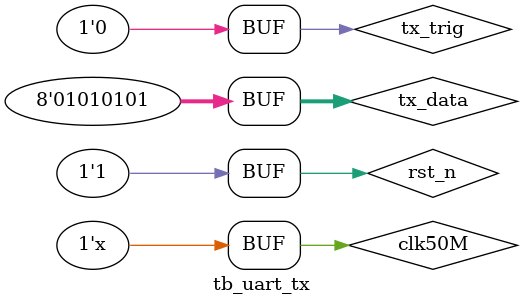
<source format=v>
`timescale 1ns/1ps

module tb_uart_tx();
    reg clk50M;
    reg rst_n;

    wire rs232_tx;

    reg tx_trig;
    reg [7:0] tx_data;

    wire tx_idle;

    uart_tx uart_tx_inst(
        .clk50M         (clk50M),
        .rst_n          (rst_n),

        .rs232_tx       (rs232_tx),

        .tx_trig        (tx_trig),
        .tx_data        (tx_data),

        .tx_idle        (tx_idle)
    );

    always #10 clk50M = ~clk50M;

    initial begin
        rst_n = 0;
        clk50M = 0;
        tx_trig = 0;
        tx_data = 8'hzz;
        
        //
        #100;
        rst_n = 1;
        
        tx_data = 8'h55;
        tx_trig = 0;
        #20;

        tx_trig = 1;
        #20;
        tx_trig = 0;
        #20;

        #40000;
        tx_trig = 1;
        #20;
        tx_trig = 0;
        #20; 

        #80000;
        tx_trig = 1;
        #20;
        tx_trig = 0;
        #20;

    end





endmodule


</source>
